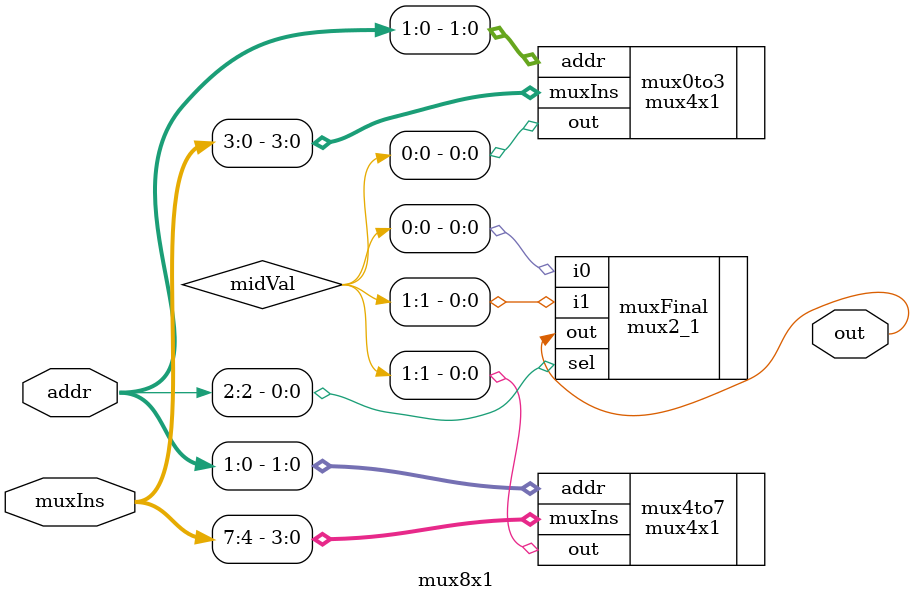
<source format=sv>
module mux8x1(out, addr, muxIns);
	output logic out;
	input logic [2:0] addr;
	input logic [7:0] muxIns;

	logic [1:0] midVal;
	
	//using 2 4x1 muxes and a 2x1 mux, construct a 8x1 mux
	mux4x1 mux4to7(.out(midVal[1]), .addr(addr[1:0]), .muxIns(muxIns[7:4]));
	mux4x1 mux0to3(.out(midVal[0]), .addr(addr[1:0]), .muxIns(muxIns[3:0]));
	mux2_1 muxFinal(.out, .i0(midVal[0]), .i1(midVal[1]), .sel(addr[2]));
endmodule

/*
module mux8x1_testbench();
	logic [7:0] muxIns;
	logic [2:0] addr;
	logic out;

	mux8x1 dut (.out, .addr, .muxIns);

	integer i;
	initial begin
		for(i=0; i<2048; i++) begin
			{muxIns, addr} = i; #1000;
		end
	end
endmodule */


</source>
